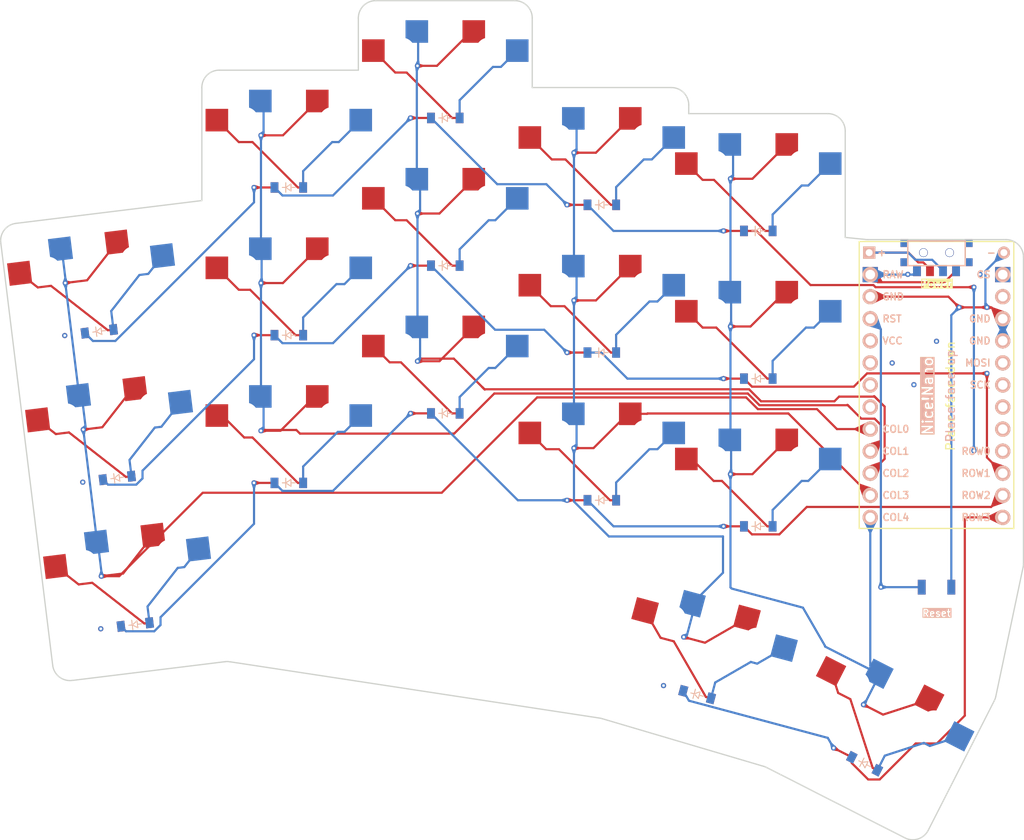
<source format=kicad_pcb>
(kicad_pcb (version 20221018) (generator pcbnew)
  (title_block (title "dyad-choc-v1") (rev "v1.0.0") (company "Unknown"))
  (layers (0 "F.Cu" signal) (31 "B.Cu" signal) (34 "B.Paste" user) (35 "F.Paste" user) (36 "B.SilkS" user "B.Silkscreen") (37 "F.SilkS" user "F.Silkscreen") (38 "B.Mask" user) (39 "F.Mask" user) (44 "Edge.Cuts" user))
  (net 0 "")
  (net 1 "COL0")
  (net 2 "pinky_bottom")
  (net 3 "pinky_home")
  (net 4 "pinky_top")
  (net 5 "COL1")
  (net 6 "ring_bottom")
  (net 7 "ring_home")
  (net 8 "ring_top")
  (net 9 "COL2")
  (net 10 "middle_bottom")
  (net 11 "middle_home")
  (net 12 "middle_top")
  (net 13 "COL3")
  (net 14 "index_bottom")
  (net 15 "index_home")
  (net 16 "index_top")
  (net 17 "COL4")
  (net 18 "inner_bottom")
  (net 19 "inner_home")
  (net 20 "inner_top")
  (net 21 "inner_sole")
  (net 22 "outer_sole")
  (net 23 "ROW2")
  (net 24 "ROW1")
  (net 25 "ROW0")
  (net 26 "ROW3")
  (net 27 "RAW")
  (net 28 "GND")
  (net 29 "RST")
  (net 30 "VCC")
  (net 31 "P21")
  (net 32 "P20")
  (net 33 "P19")
  (net 34 "CS")
  (net 35 "P0")
  (net 36 "MOSI")
  (net 37 "SCK")
  (net 38 "P4")
  (net 39 "P5")
  (net 40 "POSITIVE")
  (footprint "E73:SPDT_C128955" (layer "F.Cu") (at 254.746098 126.987492)
    (fp_text reference "T1" hide)
    (fp_text value "" hide)
  )
  (footprint "ComboDiode" (layer "F.Cu") (at 216.246099 138.487493)
    (fp_text reference "D11" hide)
    (fp_text value "" hide)
  )
  (footprint "VIA-0.6mm" (layer "F.Cu") (at 257.346097 133.287494)
    (fp_text reference "REF**" hide)
    (fp_text value "VIA-0.6mm" hide)
  )
  (footprint "ComboDiode" (layer "F.Cu") (at 246.472847 185.808242 -27)
    (fp_text reference "D17" hide)
    (fp_text value "" hide)
  )
  (footprint "VIA-0.6mm" (layer "F.Cu") (at 225.672775 171.227423 -15)
    (fp_text reference "REF**" hide)
    (fp_text value "VIA-0.6mm" hide)
  )
  (footprint "VIA-0.6mm" (layer "F.Cu") (at 248.346098 165.487492)
    (fp_text reference "REF**" hide)
    (fp_text value "VIA-0.6mm" hide)
  )
  (footprint "VIA-0.6mm" (layer "F.Cu") (at 259.746101 129.487494)
    (fp_text reference "REF**" hide)
    (fp_text value "VIA-0.6mm" hide)
  )
  (footprint "VIA-0.6mm" (layer "F.Cu") (at 242.908821 183.992273 -27)
    (fp_text reference "REF**" hide)
    (fp_text value "VIA-0.6mm" hide)
  )
  (footprint "PG1350" (layer "F.Cu") (at 180.246098 132.487493)
    (fp_text reference "S5" hide)
    (fp_text value "" hide)
  )
  (footprint "PG1350" (layer "F.Cu") (at 216.2461 151.487495)
    (fp_text reference "S10" hide)
    (fp_text value "" hide)
  )
  (footprint "VIA-0.6mm" (layer "F.Cu") (at 156.609686 147.352132 7)
    (fp_text reference "REF**" hide)
    (fp_text value "VIA-0.6mm" hide)
  )
  (footprint "VIA-0.6mm" (layer "F.Cu") (at 259.046098 130.967498)
    (fp_text reference "REF**" hide)
    (fp_text value "VIA-0.6mm" hide)
  )
  (footprint "VIA-0.6mm" (layer "F.Cu") (at 177.046096 147.487492)
    (fp_text reference "REF**" hide)
    (fp_text value "VIA-0.6mm" hide)
  )
  (footprint "PG1350" (layer "F.Cu") (at 162.101344 165.82053 7)
    (fp_text reference "S1" hide)
    (fp_text value "" hide)
  )
  (footprint "ComboDiode" (layer "F.Cu") (at 234.246099 141.487493)
    (fp_text reference "D14" hide)
    (fp_text value "" hide)
  )
  (footprint "VIA-0.6mm" (layer "F.Cu") (at 212.246098 138.48749)
    (fp_text reference "REF**" hide)
    (fp_text value "VIA-0.6mm" hide)
  )
  (footprint "PG1350" (layer "F.Cu") (at 234.246101 120.48749)
    (fp_text reference "S15" hide)
    (fp_text value "" hide)
  )
  (footprint "PG1350" (layer "F.Cu") (at 228.246096 173.987494 -15)
    (fp_text reference "S16" hide)
    (fp_text value "" hide)
  )
  (footprint "PG1350" (layer "F.Cu") (at 234.246097 154.487492)
    (fp_text reference "S13" hide)
    (fp_text value "" hide)
  )
  (footprint "VIA-0.6mm" (layer "F.Cu") (at 156.546859 153.404909 7)
    (fp_text reference "REF**" hide)
    (fp_text value "VIA-0.6mm" hide)
  )
  (footprint "VIA-0.6mm" (layer "F.Cu") (at 231.046098 135.487493)
    (fp_text reference "REF**" hide)
    (fp_text value "VIA-0.6mm" hide)
  )
  (footprint "ComboDiode" (layer "F.Cu") (at 227.210819 177.851196 -15)
    (fp_text reference "D16" hide)
    (fp_text value "" hide)
  )
  (footprint "VIA-0.6mm" (layer "F.Cu") (at 259.046094 149.787493)
    (fp_text reference "REF**" hide)
    (fp_text value "VIA-0.6mm" hide)
  )
  (footprint "ComboDiode" (layer "F.Cu") (at 180.246095 136.487496)
    (fp_text reference "D5" hide)
    (fp_text value "" hide)
  )
  (footprint "VIA-0.6mm" (layer "F.Cu") (at 230.246098 124.487496)
    (fp_text reference "REF**" hide)
    (fp_text value "VIA-0.6mm" hide)
  )
  (footprint "VIA-0.6mm" (layer "F.Cu") (at 177.046103 130.487495)
    (fp_text reference "REF**" hide)
    (fp_text value "VIA-0.6mm" hide)
  )
  (footprint "ComboDiode" (layer "F.Cu") (at 162.588822 169.790712 7)
    (fp_text reference "D1" hide)
    (fp_text value "" hide)
  )
  (footprint "VIA-0.6mm" (layer "F.Cu") (at 158.618635 170.278189 7)
    (fp_text reference "REF**" hide)
    (fp_text value "VIA-0.6mm" hide)
  )
  (footprint "VIA-0.6mm" (layer "F.Cu") (at 176.246095 119.487489)
    (fp_text reference "REF**" hide)
    (fp_text value "VIA-0.6mm" hide)
  )
  (footprint "VIA-0.6mm" (layer "F.Cu") (at 251.446099 129.487494)
    (fp_text reference "REF**" hide)
    (fp_text value "VIA-0.6mm" hide)
  )
  (footprint "VIA-0.6mm" (layer "F.Cu") (at 213.046097 132.487496)
    (fp_text reference "REF**" hide)
    (fp_text value "VIA-0.6mm" hide)
  )
  (footprint "VIA-0.6mm" (layer "F.Cu") (at 194.246097 145.487494)
    (fp_text reference "REF**" hide)
    (fp_text value "VIA-0.6mm" hide)
  )
  (footprint "PG1350" (layer "F.Cu") (at 198.246097 141.487493)
    (fp_text reference "S7" hide)
    (fp_text value "" hide)
  )
  (footprint "VIA-0.6mm" (layer "F.Cu") (at 194.2461 111.487493)
    (fp_text reference "REF**" hide)
    (fp_text value "VIA-0.6mm" hide)
  )
  (footprint "ComboDiode" (layer "F.Cu") (at 158.445264 136.044139 7)
    (fp_text reference "D3" hide)
    (fp_text value "" hide)
  )
  (footprint "ComboDiode" (layer "F.Cu") (at 216.246092 121.487496)
    (fp_text reference "D12" hide)
    (fp_text value "" hide)
  )
  (footprint "VIA-0.6mm" (layer "F.Cu") (at 176.246094 136.487492)
    (fp_text reference "REF**" hide)
    (fp_text value "VIA-0.6mm" hide)
  )
  (footprint "PG1350" (layer "F.Cu") (at 216.246099 134.487496)
    (fp_text reference "S11" hide)
    (fp_text value "" hide)
  )
  (footprint "VIA-0.6mm" (layer "F.Cu") (at 231.0461 152.487499)
    (fp_text reference "REF**" hide)
    (fp_text value "VIA-0.6mm" hide)
  )
  (footprint "VIA-0.6mm" (layer "F.Cu") (at 195.046101 139.487494)
    (fp_text reference "REF**" hide)
    (fp_text value "VIA-0.6mm" hide)
  )
  (footprint "VIA-0.6mm" (layer "F.Cu") (at 231.046095 118.487492)
    (fp_text reference "REF**" hide)
    (fp_text value "VIA-0.6mm" hide)
  )
  (footprint "VIA-0.6mm" (layer "F.Cu") (at 212.246101 155.487493)
    (fp_text reference "REF**" hide)
    (fp_text value "VIA-0.6mm" hide)
  )
  (footprint "VIA-0.6mm" (layer "F.Cu") (at 254.7461 137.187492)
    (fp_text reference "REF**" hide)
    (fp_text value "VIA-0.6mm" hide)
  )
  (footprint "VIA-0.6mm" (layer "F.Cu") (at 177.0461 113.487498)
    (fp_text reference "REF**" hide)
    (fp_text value "VIA-0.6mm" hide)
  )
  (footprint "VIA-0.6mm" (layer "F.Cu") (at 223.34712 176.815923 -15)
    (fp_text reference "REF**" hide)
    (fp_text value "VIA-0.6mm" hide)
  )
  (footprint "VIA-0.6mm" (layer "F.Cu") (at 176.246096 153.487496)
    (fp_text reference "REF**" hide)
    (fp_text value "VIA-0.6mm" hide)
  )
  (footprint "VIA-0.6mm" (layer "F.Cu") (at 154.475078 136.531618 7)
    (fp_text reference "REF**" hide)
    (fp_text value "VIA-0.6mm" hide)
  )
  (footprint "PG1350" (layer "F.Cu") (at 157.957792 132.073958 7)
    (fp_text reference "S3" hide)
    (fp_text value "" hide)
  )
  (footprint "PG1350" (layer "F.Cu") (at 198.246097 107.487494)
    (fp_text reference "S9" hide)
    (fp_text value "" hide)
  )
  (footprint "PG1350" (layer "F.Cu") (at 180.246097 149.487493)
    (fp_text reference "S4" hide)
    (fp_text value "" hide)
  )
  (footprint "VIA-0.6mm" (layer "F.Cu") (at 246.345562 179.009433 -27)
    (fp_text reference "REF**" hide)
    (fp_text value "VIA-0.6mm" hide)
  )
  (footprint "VIA-0.6mm" (layer "F.Cu") (at 212.246096 121.48749)
    (fp_text reference "REF**" hide)
    (fp_text value "VIA-0.6mm" hide)
  )
  (footprint "ComboDiode" (layer "F.Cu") (at 180.246099 153.487494)
    (fp_text reference "D4" hide)
    (fp_text value "" hide)
  )
  (footprint "ComboDiode" (layer "F.Cu") (at 216.246097 155.48749)
    (fp_text reference "D10" hide)
    (fp_text value "" hide)
  )
  (footprint "lib:niceview_headers" (layer "F.Cu") (at 254.746098 126.987492 -90)
    (fp_text reference "")
    (fp_text value "")
  )
  (footprint "VIA-0.6mm" (layer "F.Cu") (at 154.537899 130.478849 7)
    (fp_text reference "REF**" hide)
    (fp_text value "VIA-0.6mm" hide)
  )
  (footprint "VIA-0.6mm" (layer "F.Cu") (at 213.046097 149.487494)
    (fp_text reference "REF**" hide)
    (fp_text value "VIA-0.6mm" hide)
  )
  (footprint "VIA-0.6mm" (layer "F.Cu") (at 252.146097 142.1875)
    (fp_text reference "REF**" hide)
    (fp_text value "VIA-0.6mm" hide)
  )
  (footprint "ComboDiode" (layer "F.Cu") (at 180.246097 119.487491)
    (fp_text reference "D6" hide)
    (fp_text value "" hide)
  )
  (footprint "ComboDiode" (layer "F.Cu") (at 198.246099 111.487492)
    (fp_text reference "D9" hide)
    (fp_text value "" hide)
  )
  (footprint "ComboDiode" (layer "F.Cu") (at 198.246096 128.487495)
    (fp_text reference "D8" hide)
    (fp_text value "" hide)
  )
  (footprint "VIA-0.6mm" (layer "F.Cu") (at 195.046101 105.487498)
    (fp_text reference "REF**" hide)
    (fp_text value "VIA-0.6mm" hide)
  )
  (footprint "PG1350" (layer "F.Cu") (at 248.288808 182.244213 -27)
    (fp_text reference "S17" hide)
    (fp_text value "" hide)
  )
  (footprint "PG1350" (layer "F.Cu") (at 216.246095 117.487493)
    (fp_text reference "S12" hide)
    (fp_text value "" hide)
  )
  (footprint "ComboDiode" (layer "F.Cu") (at 160.51704 152.917427 7)
    (fp_text reference "D2" hide)
    (fp_text value "" hide)
  )
  (footprint "ComboDiode" (layer "F.Cu") (at 198.246097 145.487492)
    (fp_text reference "D7" hide)
    (fp_text value "" hide)
  )
  (footprint "VIA-0.6mm" (layer "F.Cu") (at 260.546101 140.887493)
    (fp_text reference "REF**" hide)
    (fp_text value "VIA-0.6mm" hide)
  )
  (footprint "ProMicro" (layer "F.Cu") (at 254.746097 143.487496 -90)
    (fp_text reference "MCU1" hide)
    (fp_text value "" hide)
  )
  (footprint "VIA-0.6mm" (layer "F.Cu") (at 230.246099 141.487493)
    (fp_text reference "REF**" hide)
    (fp_text value "VIA-0.6mm" hide)
  )
  (footprint "ComboDiode" (layer "F.Cu") (at 234.246098 124.487493)
    (fp_text reference "D15" hide)
    (fp_text value "" hide)
  )
  (footprint "PG1350" (layer "F.Cu") (at 234.246094 137.487492)
    (fp_text reference "S14" hide)
    (fp_text value "" hide)
  )
  (footprint "VIA-0.6mm" (layer "F.Cu") (at 194.246096 128.487497)
    (fp_text reference "REF**" hide)
    (fp_text value "VIA-0.6mm" hide)
  )
  (footprint "VIA-0.6mm" (layer "F.Cu") (at 158.681461 164.225417 7)
    (fp_text reference "REF**" hide)
    (fp_text value "VIA-0.6mm" hide)
  )
  (footprint "Button_Switch_SMD:SW_SPST_B3U-1000P" (layer "F.Cu") (at 254.746096 165.487497 180)
    (fp_text reference "")
    (fp_text value "")
  )
  (footprint "ComboDiode" (layer "F.Cu") (at 234.246096 158.487489)
    (fp_text reference "D13" hide)
    (fp_text value "" hide)
  )
  (footprint "VIA-0.6mm" (layer "F.Cu") (at 195.046098 122.487493)
    (fp_text reference "REF**" hide)
    (fp_text value "VIA-0.6mm" hide)
  )
  (footprint "VIA-0.6mm" (layer "F.Cu") (at 260.546093 133.287496)
    (fp_text reference "REF**" hide)
    (fp_text value "VIA-0.6mm" hide)
  )
  (footprint "PG1350" (layer "F.Cu") (at 198.246094 124.487492)
    (fp_text reference "S8" hide)
    (fp_text value "" hide)
  )
  (footprint "VIA-0.6mm" (layer "F.Cu") (at 230.246098 158.48749)
    (fp_text reference "REF**" hide)
    (fp_text value "VIA-0.6mm" hide)
  )
  (footprint "PG1350" (layer "F.Cu") (at 180.246102 115.487495)
    (fp_text reference "S6" hide)
    (fp_text value "" hide)
  )
  (footprint "VIA-0.6mm" (layer "F.Cu") (at 249.646097 139.687495)
    (fp_text reference "REF**" hide)
    (fp_text value "VIA-0.6mm" hide)
  )
  (footprint "VIA-0.6mm" (layer "F.Cu") (at 213.046098 115.487495)
    (fp_text reference "REF**" hide)
    (fp_text value "VIA-0.6mm" hide)
  )
  (footprint "PG1350" (layer "F.Cu") (at 160.029564 148.947241 7)
    (fp_text reference "S2" hide)
    (fp_text value "" hide)
  )
  (gr_arc (start 242.246097 110.987493) (mid 243.660313 111.573278) (end 244.246101 112.987493) (stroke (width 0.15)) (layer "Edge.Cuts"))
  (gr_arc (start 215.993451 180.555091) (mid 216.127049 180.580123) (end 216.258639 180.61417) (stroke (width 0.15)) (layer "Edge.Cuts"))
  (gr_line (start 224.246097 107.987496) (end 208.2461 107.987492) (stroke (width 0.15)) (layer "Edge.Cuts"))
  (gr_arc (start 172.911493 174.064552) (mid 173.184293 174.049856) (end 173.456552 174.072469) (stroke (width 0.15)) (layer "Edge.Cuts"))
  (gr_arc (start 147.118308 125.848559) (mid 147.527376 124.373496) (end 148.859659 123.619726) (stroke (width 0.15)) (layer "Edge.Cuts"))
  (gr_arc (start 206.246096 97.987488) (mid 207.660317 98.573276) (end 208.246094 99.987498) (stroke (width 0.15)) (layer "Edge.Cuts"))
  (gr_line (start 206.246097 97.98749) (end 190.246099 97.987499) (stroke (width 0.15)) (layer "Edge.Cuts"))
  (gr_line (start 264.746099 127.487496) (end 264.746095 162.778837) (stroke (width 0.15)) (layer "Edge.Cuts"))
  (gr_line (start 155.318736 176.224673) (end 172.911493 174.064552) (stroke (width 0.15)) (layer "Edge.Cuts"))
  (gr_arc (start 262.7461 125.487497) (mid 264.160312 126.073283) (end 264.746099 127.487496) (stroke (width 0.15)) (layer "Edge.Cuts"))
  (gr_line (start 236.847281 187.076564) (end 235.23029 186.252664) (stroke (width 0.15)) (layer "Edge.Cuts"))
  (gr_line (start 242.246098 110.987493) (end 226.2461 110.987496) (stroke (width 0.15)) (layer "Edge.Cuts"))
  (gr_line (start 208.2461 107.987492) (end 208.246094 99.987498) (stroke (width 0.15)) (layer "Edge.Cuts"))
  (gr_line (start 234.888821 186.116583) (end 216.258639 180.61417) (stroke (width 0.15)) (layer "Edge.Cuts"))
  (gr_arc (start 261.566452 178.060388) (mid 261.495315 178.313738) (end 261.391533 178.555557) (stroke (width 0.15)) (layer "Edge.Cuts"))
  (gr_line (start 170.2461 107.987499) (end 170.246096 120.993797) (stroke (width 0.15)) (layer "Edge.Cuts"))
  (gr_line (start 188.2461 105.987493) (end 172.246099 105.987492) (stroke (width 0.15)) (layer "Edge.Cuts"))
  (gr_line (start 153.089907 174.483317) (end 147.118308 125.848559) (stroke (width 0.15)) (layer "Edge.Cuts"))
  (gr_line (start 188.246096 99.987496) (end 188.2461 105.987493) (stroke (width 0.15)) (layer "Edge.Cuts"))
  (gr_line (start 253.793944 193.466666) (end 261.391533 178.555557) (stroke (width 0.15)) (layer "Edge.Cuts"))
  (gr_arc (start 188.246096 99.987496) (mid 188.831883 98.57328) (end 190.246099 97.987499) (stroke (width 0.15)) (layer "Edge.Cuts"))
  (gr_arc (start 264.746095 162.778837) (mid 264.735299 162.986365) (end 264.703031 163.191654) (stroke (width 0.15)) (layer "Edge.Cuts"))
  (gr_arc (start 236.847846 187.076847) (mid 236.847564 187.076704) (end 236.847281 187.076564) (stroke (width 0.15)) (layer "Edge.Cuts"))
  (gr_arc (start 224.2461 107.987495) (mid 225.660312 108.573284) (end 226.246095 109.987498) (stroke (width 0.15)) (layer "Edge.Cuts"))
  (gr_arc (start 246.84648 125.487496) (mid 246.746226 125.484982) (end 246.646224 125.477444) (stroke (width 0.15)) (layer "Edge.Cuts"))
  (gr_arc (start 155.318736 176.224673) (mid 153.843672 175.815602) (end 153.089907 174.483317) (stroke (width 0.15)) (layer "Edge.Cuts"))
  (gr_line (start 264.703031 163.191654) (end 261.566452 178.060388) (stroke (width 0.15)) (layer "Edge.Cuts"))
  (gr_arc (start 234.888822 186.116584) (mid 235.06269 186.17676) (end 235.23029 186.252664) (stroke (width 0.15)) (layer "Edge.Cuts"))
  (gr_arc (start 253.793944 193.466666) (mid 252.629964 194.460796) (end 251.103948 194.340695) (stroke (width 0.15)) (layer "Edge.Cuts"))
  (gr_line (start 215.993451 180.555091) (end 173.456552 174.072469) (stroke (width 0.15)) (layer "Edge.Cuts"))
  (gr_line (start 244.246096 125.235904) (end 246.646224 125.477444) (stroke (width 0.15)) (layer "Edge.Cuts"))
  (gr_line (start 148.859659 123.619726) (end 170.246096 120.993797) (stroke (width 0.15)) (layer "Edge.Cuts"))
  (gr_arc (start 170.246101 107.987499) (mid 170.831884 106.573281) (end 172.246099 105.987492) (stroke (width 0.15)) (layer "Edge.Cuts"))
  (gr_line (start 246.84648 125.487496) (end 262.746099 125.487495) (stroke (width 0.15)) (layer "Edge.Cuts"))
  (gr_line (start 236.847846 187.076846) (end 251.103948 194.340695) (stroke (width 0.15)) (layer "Edge.Cuts"))
  (gr_line (start 244.246096 125.235904) (end 244.246101 112.987493) (stroke (width 0.15)) (layer "Edge.Cuts"))
  (gr_line (start 236.847846 187.076846) (end 236.847281 187.076564) (stroke (width 0.15)) (layer "Edge.Cuts"))
  (gr_line (start 226.2461 110.987496) (end 226.246095 109.987498) (stroke (width 0.15)) (layer "Edge.Cuts"))
  (segment (start 170.346095 154.62078) (end 197.837815 154.620776) (width 0.25) (layer "F.Cu") (net 1))
  (segment (start 161.187637 163.917697) (end 158.681461 164.225417) (width 0.25) (layer "F.Cu") (net 1))
  (segment (start 234.199418 145) (end 241 145) (width 0.25) (layer "F.Cu") (net 1))
  (segment (start 164.626807 159.515753) (end 161.187637 163.917697) (width 0.25) (layer "F.Cu") (net 1))
  (segment (start 162.555026 142.642469) (end 162.232452 142.682082) (width 0.25) (layer "F.Cu") (net 1))
  (segment (start 158.681461 164.225417) (end 160.741465 164.225415) (width 0.25) (layer "F.Cu") (net 1))
  (segment (start 197.837815 154.620776) (end 208.806775 143.651814) (width 0.25) (layer "F.Cu") (net 1))
  (segment (start 243.297496 147.297496) (end 247.126097 147.297496) (width 0.25) (layer "F.Cu") (net 1))
  (segment (start 157.044082 130.171128) (end 154.537899 130.478849) (width 0.25) (layer "F.Cu") (net 1))
  (segment (start 160.483255 125.769185) (end 157.044082 130.171128) (width 0.25) (layer "F.Cu") (net 1))
  (segment (start 208.806775 143.651814) (end 232.851232 143.651814) (width 0.25) (layer "F.Cu") (net 1))
  (segment (start 232.851232 143.651814) (end 234.199418 145) (width 0.25) (layer "F.Cu") (net 1))
  (segment (start 241 145) (end 243.297496 147.297496) (width 0.25) (layer "F.Cu") (net 1))
  (segment (start 162.232452 142.682082) (end 158.793284 147.084017) (width 0.25) (layer "F.Cu") (net 1))
  (segment (start 160.741465 164.225415) (end 170.346095 154.62078) (width 0.25) (layer "F.Cu") (net 1))
  (segment (start 158.793284 147.084017) (end 156.609686 147.352132) (width 0.25) (layer "F.Cu") (net 1))
  (segment (start 153.982077 126.567432) (end 154.149238 126.698034) (width 0.25) (layer "B.Cu") (net 1))
  (segment (start 156.870886 147.017811) (end 156.609686 147.352132) (width 0.25) (layer "B.Cu") (net 1))
  (segment (start 158.746754 164.141835) (end 158.681461 164.225417) (width 0.25) (layer "B.Cu") (net 1))
  (segment (start 154.149238 126.698034) (end 154.603201 130.395266) (width 0.25) (layer "B.Cu") (net 1))
  (segment (start 158.190933 160.230418) (end 158.125633 160.313997) (width 0.25) (layer "B.Cu") (net 1))
  (segment (start 156.609686 147.352132) (end 158.190933 160.230418) (width 0.25) (layer "B.Cu") (net 1))
  (segment (start 154.603201 130.395266) (end 154.537899 130.478849) (width 0.25) (layer "B.Cu") (net 1))
  (segment (start 158.292796 160.444598) (end 158.746754 164.141835) (width 0.25) (layer "B.Cu") (net 1))
  (segment (start 154.537899 130.478849) (end 156.119155 143.357132) (width 0.25) (layer "B.Cu") (net 1))
  (segment (start 156.053855 143.440715) (end 156.47176 143.76722) (width 0.25) (layer "B.Cu") (net 1))
  (segment (start 156.47176 143.76722) (end 156.870886 147.017811) (width 0.25) (layer "B.Cu") (net 1))
  (segment (start 158.125633 160.313997) (end 158.292796 160.444598) (width 0.25) (layer "B.Cu") (net 1))
  (segment (start 156.119155 143.357132) (end 156.053855 143.440715) (width 0.25) (layer "B.Cu") (net 1))
  (segment (start 157.636053 164.983467) (end 163.626035 169.663355) (width 0.25) (layer "F.Cu") (net 2))
  (segment (start 153.431014 163.106945) (end 156.077757 165.174807) (width 0.25) (layer "F.Cu") (net 2))
  (segment (start 156.077757 165.174807) (end 157.636053 164.983467) (width 0.25) (layer "F.Cu") (net 2))
  (segment (start 163.626035 169.663355) (end 164.226525 169.589628) (width 0.25) (layer "F.Cu") (net 2))
  (segment (start 168.225137 163.179535) (end 167.472109 163.271998) (width 0.25) (layer "B.Cu") (net 2))
  (segment (start 169.857652 161.09001) (end 168.225137 163.179535) (width 0.25) (layer "B.Cu") (net 2))
  (segment (start 163.996965 167.719985) (end 164.226525 169.589628) (width 0.25) (layer "B.Cu") (net 2))
  (segment (start 167.472109 163.271998) (end 163.996965 167.719985) (width 0.25) (layer "B.Cu") (net 2))
  (segment (start 154.962402 147.680333) (end 161.509588 152.795557) (width 0.25) (layer "F.Cu") (net 3))
  (segment (start 161.509588 152.795557) (end 162.154746 152.716346) (width 0.25) (layer "F.Cu") (net 3))
  (segment (start 151.359239 146.233662) (end 153.448764 147.866181) (width 0.25) (layer "F.Cu") (net 3))
  (segment (start 153.448764 147.866181) (end 154.962402 147.680333) (width 0.25) (layer "F.Cu") (net 3))
  (segment (start 161.925184 150.846699) (end 162.154746 152.716346) (width 0.25) (layer "B.Cu") (net 3))
  (segment (start 164.835168 147.122083) (end 161.925184 150.846699) (width 0.25) (layer "B.Cu") (net 3))
  (segment (start 165.5882 147.029623) (end 164.835168 147.122083) (width 0.25) (layer "B.Cu") (net 3))
  (segment (start 167.785878 144.216729) (end 165.5882 147.029623) (width 0.25) (layer "B.Cu") (net 3))
  (segment (start 149.28746 129.360375) (end 151.376989 130.992892) (width 0.25) (layer "F.Cu") (net 4))
  (segment (start 159.437814 135.922275) (end 160.082965 135.843059) (width 0.25) (layer "F.Cu") (net 4))
  (segment (start 152.89062 130.807048) (end 159.437814 135.922275) (width 0.25) (layer "F.Cu") (net 4))
  (segment (start 151.376989 130.992892) (end 152.89062 130.807048) (width 0.25) (layer "F.Cu") (net 4))
  (segment (start 159.820946 133.709082) (end 160.082965 135.843059) (width 0.25) (layer "B.Cu") (net 4))
  (segment (start 165.7141 127.343444) (end 164.081579 129.432971) (width 0.25) (layer "B.Cu") (net 4))
  (segment (start 164.081579 129.432971) (end 163.064214 129.557882) (width 0.25) (layer "B.Cu") (net 4))
  (segment (start 163.064214 129.557882) (end 159.820946 133.709082) (width 0.25) (layer "B.Cu") (net 4))
  (segment (start 181.111595 147.397995) (end 177.135601 147.397989) (width 0.25) (layer "F.Cu") (net 5))
  (segment (start 247.623692 146.096196) (end 248.327397 146.799901) (width 0.25) (layer "F.Cu") (net 5))
  (segment (start 181.526636 147.813032) (end 181.111595 147.397995) (width 0.25) (layer "F.Cu") (net 5))
  (segment (start 179.571098 113.487495) (end 177.0461 113.487498) (width 0.25) (layer "F.Cu") (net 5))
  (segment (start 199.270558 147.81303) (end 181.526636 147.813032) (width 0.25) (layer "F.Cu") (net 5))
  (segment (start 246.096196 146.096196) (end 247.623692 146.096196) (width 0.25) (layer "F.Cu") (net 5))
  (segment (start 203.881772 143.201818) (end 199.270558 147.81303) (width 0.25) (layer "F.Cu") (net 5))
  (segment (start 245 145) (end 246.096196 146.096196) (width 0.25) (layer "F.Cu") (net 5))
  (segment (start 203.881772 143.201818) (end 233.037632 143.201818) (width 0.25) (layer "F.Cu") (net 5))
  (segment (start 248.327397 148.636196) (end 247.126097 149.837496) (width 0.25) (layer "F.Cu") (net 5))
  (segment (start 183.521095 126.537493) (end 179.5711 130.487492) (width 0.25) (layer "F.Cu") (net 5))
  (segment (start 179.5711 130.487492) (end 177.046103 130.487495) (width 0.25) (layer "F.Cu") (net 5))
  (segment (start 177.135601 147.397989) (end 177.046096 147.487492) (width 0.25) (layer "F.Cu") (net 5))
  (segment (start 183.241098 143.537494) (end 179.291093 147.487492) (width 0.25) (layer "F.Cu") (net 5))
  (segment (start 183.521099 143.537491) (end 183.241098 143.537494) (width 0.25) (layer "F.Cu") (net 5))
  (segment (start 248.327397 146.799901) (end 248.327397 148.636196) (width 0.25) (layer "F.Cu") (net 5))
  (segment (start 244.55 144.55) (end 245 145) (width 0.25) (layer "F.Cu") (net 5))
  (segment (start 233.037632 143.201818) (end 234.385814 144.55) (width 0.25) (layer "F.Cu") (net 5))
  (segment (start 183.521097 109.537492) (end 179.571098 113.487495) (width 0.25) (layer "F.Cu") (net 5))
  (segment (start 179.291093 147.487492) (end 177.046096 147.487492) (width 0.25) (layer "F.Cu") (net 5))
  (segment (start 244.5 144.5) (end 245 145) (width 0.25) (layer "F.Cu") (net 5))
  (segment (start 234.385814 144.55) (end 244.55 144.55) (width 0.25) (layer "F.Cu") (net 5))
  (segment (start 177.346102 113.18749) (end 177.0461 113.487498) (width 0.25) (layer "B.Cu") (net 5))
  (segment (start 177.346096 147.187495) (end 177.046096 147.487492) (width 0.25) (layer "B.Cu") (net 5))
  (segment (start 177.346095 109.912496) (end 177.346102 113.18749) (width 0.25) (layer "B.Cu") (net 5))
  (segment (start 177.0461 113.487498) (end 177.046098 126.462495) (width 0.25) (layer "B.Cu") (net 5))
  (segment (start 176.971095 143.537491) (end 177.346099 143.912492) (width 0.25) (layer "B.Cu") (net 5))
  (segment (start 176.971096 126.5375) (end 177.121098 126.687496) (width 0.25) (layer "B.Cu") (net 5))
  (segment (start 177.046099 143.462488) (end 176.971095 143.537491) (width 0.25) (layer "B.Cu") (net 5))
  (segment (start 177.046103 130.487495) (end 177.046099 143.462488) (width 0.25) (layer "B.Cu") (net 5))
  (segment (start 177.121098 126.687496) (end 177.121097 130.412499) (width 0.25) (layer "B.Cu") (net 5))
  (segment (start 177.046098 126.462495) (end 176.971096 126.5375) (width 0.25) (layer "B.Cu") (net 5))
  (segment (start 176.971096 109.537496) (end 177.346095 109.912496) (width 0.25) (layer "B.Cu") (net 5))
  (segment (start 177.346099 143.912492) (end 177.346096 147.187495) (width 0.25) (layer "B.Cu") (net 5))
  (segment (start 177.121097 130.412499) (end 177.046103 130.487495) (width 0.25) (layer "B.Cu") (net 5))
  (segment (start 181.291102 153.487498) (end 181.896096 153.487492) (width 0.25) (layer "F.Cu") (net 6))
  (segment (start 176.065202 148.261592) (end 181.291102 153.487498) (width 0.25) (layer "F.Cu") (net 6))
  (segment (start 175.118542 148.261595) (end 176.065202 148.261592) (width 0.25) (layer "F.Cu") (net 6))
  (segment (start 171.9711 145.737494) (end 172.594447 145.737498) (width 0.25) (layer "F.Cu") (net 6))
  (segment (start 172.594447 145.737498) (end 175.118542 148.261595) (width 0.25) (layer "F.Cu") (net 6))
  (segment (start 181.896099 151.603809) (end 181.896096 153.487492) (width 0.25) (layer "B.Cu") (net 6))
  (segment (start 185.887415 147.612495) (end 181.896099 151.603809) (width 0.25) (layer "B.Cu") (net 6))
  (segment (start 188.521097 145.737492) (end 186.646095 147.612494) (width 0.25) (layer "B.Cu") (net 6))
  (segment (start 186.646095 147.612494) (end 185.887415 147.612495) (width 0.25) (layer "B.Cu") (net 6))
  (segment (start 181.023531 136.487496) (end 181.896094 136.487494) (width 0.25) (layer "F.Cu") (net 7))
  (segment (start 175.797631 131.26159) (end 181.023531 136.487496) (width 0.25) (layer "F.Cu") (net 7))
  (segment (start 171.971099 128.737494) (end 174.495195 131.261597) (width 0.25) (layer "F.Cu") (net 7))
  (segment (start 174.495195 131.261597) (end 175.797631 131.26159) (width 0.25) (layer "F.Cu") (net 7))
  (segment (start 186.646096 130.612496) (end 185.727175 130.612497) (width 0.25) (layer "B.Cu") (net 7))
  (segment (start 185.727175 130.612497) (end 181.896096 134.443574) (width 0.25) (layer "B.Cu") (net 7))
  (segment (start 188.5211 128.737496) (end 186.646096 130.612496) (width 0.25) (layer "B.Cu") (net 7))
  (segment (start 181.896096 134.443574) (end 181.896094 136.487494) (width 0.25) (layer "B.Cu") (net 7))
  (segment (start 171.971098 111.737493) (end 174.495196 114.261592) (width 0.25) (layer "F.Cu") (net 8))
  (segment (start 181.2911 119.48749) (end 181.896097 119.487491) (width 0.25) (layer "F.Cu") (net 8))
  (segment (start 176.065202 114.261596) (end 181.2911 119.48749) (width 0.25) (layer "F.Cu") (net 8))
  (segment (start 174.495196 114.261592) (end 176.065202 114.261596) (width 0.25) (layer "F.Cu") (net 8))
  (segment (start 185.997001 114.261592) (end 185.238316 114.261594) (width 0.25) (layer "B.Cu") (net 8))
  (segment (start 181.896098 117.603814) (end 181.896097 119.487491) (width 0.25) (layer "B.Cu") (net 8))
  (segment (start 188.521101 111.737499) (end 185.997001 114.261592) (width 0.25) (layer "B.Cu") (net 8))
  (segment (start 185.238316 114.261594) (end 181.896098 117.603814) (width 0.25) (layer "B.Cu") (net 8))
  (segment (start 233.185603 142.713393) (end 234.57221 144.1) (width 0.25) (layer "F.Cu") (net 9))
  (segment (start 199.223529 139.18749) (end 202.518019 142.481981) (width 0.25) (layer "F.Cu") (net 9))
  (segment (start 201.241097 101.537496) (end 197.291096 105.487491) (width 0.25) (layer "F.Cu") (net 9))
  (segment (start 197.571092 122.487495) (end 195.046098 122.487493) (width 0.25) (layer "F.Cu") (net 9))
  (segment (start 247.623692 143.556196) (end 248.033748 143.966252) (width 0.25) (layer "F.Cu") (net 9))
  (segment (start 247.567496 143.5) (end 248.033748 143.966252) (width 0.25) (layer "F.Cu") (net 9))
  (segment (start 234.57221 144.1) (end 243 144.1) (width 0.25) (layer "F.Cu") (net 9))
  (segment (start 201.521095 118.537496) (end 197.571092 122.487495) (width 0.25) (layer "F.Cu") (net 9))
  (segment (start 195.346102 139.187492) (end 199.223529 139.18749) (width 0.25) (layer "F.Cu") (net 9))
  (segment (start 243.543804 143.556196) (end 247.623692 143.556196) (width 0.25) (layer "F.Cu") (net 9))
  (segment (start 197.571095 139.487494) (end 195.046101 139.487494) (width 0.25) (layer "F.Cu") (net 9))
  (segment (start 202.749431 142.713393) (end 233.185603 142.713393) (width 0.25) (layer "F.Cu") (net 9))
  (segment (start 248.777397 144.709901) (end 248.777397 150.726196) (width 0.25) (layer "F.Cu") (net 9))
  (segment (start 197.291096 105.487491) (end 195.046101 105.487498) (width 0.25) (layer "F.Cu") (net 9))
  (segment (start 195.046101 139.487494) (end 195.346102 139.187492) (width 0.25) (layer "F.Cu") (net 9))
  (segment (start 202.518019 142.481981) (end 202.787854 142.751816) (width 0.25) (layer "F.Cu") (net 9))
  (segment (start 243 144.1) (end 243.543804 143.556196) (width 0.25) (layer "F.Cu") (net 9))
  (segment (start 202.518019 142.481981) (end 202.749431 142.713393) (width 0.25) (layer "F.Cu") (net 9))
  (segment (start 248.777397 150.726196) (end 247.126097 152.377496) (width 0.25) (layer "F.Cu") (net 9))
  (segment (start 201.521097 101.537493) (end 201.241097 101.537496) (width 0.25) (layer "F.Cu") (net 9))
  (segment (start 201.521102 135.537491) (end 197.571095 139.487494) (width 0.25) (layer "F.Cu") (net 9))
  (segment (start 248.033748 143.966252) (end 248.777397 144.709901) (width 0.25) (layer "F.Cu") (net 9))
  (segment (start 194.971099 118.537496) (end 195.346101 118.912493) (width 0.25) (layer "B.Cu") (net 9))
  (segment (start 195.046098 122.487493) (end 195.0461 135.462493) (width 0.25) (layer "B.Cu") (net 9))
  (segment (start 194.971097 135.537497) (end 195.346096 135.912491) (width 0.25) (layer "B.Cu") (net 9))
  (segment (start 195.121096 105.412494) (end 194.971101 105.562495) (width 0.25) (layer "B.Cu") (net 9))
  (segment (start 195.346096 135.912491) (end 195.346102 139.187492) (width 0.25) (layer "B.Cu") (net 9))
  (segment (start 194.971101 105.562495) (end 194.971099 118.537496) (width 0.25) (layer "B.Cu") (net 9))
  (segment (start 195.346102 139.187492) (end 195.046101 139.487494) (width 0.25) (layer "B.Cu") (net 9))
  (segment (start 195.121096 105.412494) (end 195.046101 105.487498) (width 0.25) (layer "B.Cu") (net 9))
  (segment (start 195.0461 135.462493) (end 194.971097 135.537497) (width 0.25) (layer "B.Cu") (net 9))
  (segment (start 195.346098 122.187493) (end 195.046098 122.487493) (width 0.25) (layer "B.Cu") (net 9))
  (segment (start 195.346101 118.912493) (end 195.346098 122.187493) (width 0.25) (layer "B.Cu") (net 9))
  (segment (start 195.121097 101.687491) (end 195.121096 105.412494) (width 0.25) (layer "B.Cu") (net 9))
  (segment (start 194.9711 101.537494) (end 195.121097 101.687491) (width 0.25) (layer "B.Cu") (net 9))
  (segment (start 189.971097 137.737492) (end 191.846101 139.612493) (width 0.25) (layer "F.Cu") (net 10))
  (segment (start 199.023528 145.487491) (end 199.8961 145.487492) (width 0.25) (layer "F.Cu") (net 10))
  (segment (start 193.148528 139.612494) (end 199.023528 145.487491) (width 0.25) (layer "F.Cu") (net 10))
  (segment (start 191.846101 139.612493) (end 193.148528 139.612494) (width 0.25) (layer "F.Cu") (net 10))
  (segment (start 203.997 140.261592) (end 203.238315 140.261593) (width 0.25) (layer "B.Cu") (net 10))
  (segment (start 206.521099 137.737498) (end 203.997 140.261592) (width 0.25) (layer "B.Cu") (net 10))
  (segment (start 199.896094 143.603812) (end 199.8961 145.487492) (width 0.25) (layer "B.Cu") (net 10))
  (segment (start 203.238315 140.261593) (end 199.896094 143.603812) (width 0.25) (layer "B.Cu") (net 10))
  (segment (start 189.971094 120.737491) (end 192.495197 123.261592) (width 0.25) (layer "F.Cu") (net 11))
  (segment (start 193.797623 123.261592) (end 199.023528 128.487492) (width 0.25) (layer "F.Cu") (net 11))
  (segment (start 192.495197 123.261592) (end 193.797623 123.261592) (width 0.25) (layer "F.Cu") (net 11))
  (segment (start 199.023528 128.487492) (end 199.896097 128.487491) (width 0.25) (layer "F.Cu") (net 11))
  (segment (start 203.997001 123.261597) (end 203.238314 123.261591) (width 0.25) (layer "B.Cu") (net 11))
  (segment (start 203.238314 123.261591) (end 199.896096 126.603805) (width 0.25) (layer "B.Cu") (net 11))
  (segment (start 199.896096 126.603805) (end 199.896097 128.487491) (width 0.25) (layer "B.Cu") (net 11))
  (segment (start 206.5211 120.737496) (end 203.997001 123.261597) (width 0.25) (layer "B.Cu") (net 11))
  (segment (start 193.797628 106.261596) (end 199.023527 111.487493) (width 0.25) (layer "F.Cu") (net 12))
  (segment (start 192.495197 106.261591) (end 193.797628 106.261596) (width 0.25) (layer "F.Cu") (net 12))
  (segment (start 199.023527 111.487493) (end 199.896097 111.487491) (width 0.25) (layer "F.Cu") (net 12))
  (segment (start 189.971096 103.737492) (end 192.495197 106.261591) (width 0.25) (layer "F.Cu") (net 12))
  (segment (start 199.896098 109.443573) (end 199.896097 111.487491) (width 0.25) (layer "B.Cu") (net 12))
  (segment (start 204.6461 105.612496) (end 203.727174 105.61249) (width 0.25) (layer "B.Cu") (net 12))
  (segment (start 203.727174 105.61249) (end 199.896098 109.443573) (width 0.25) (layer "B.Cu") (net 12))
  (segment (start 206.521099 103.737496) (end 204.6461 105.612496) (width 0.25) (layer "B.Cu") (net 12))
  (segment (start 215.571098 132.487496) (end 213.046097 132.487496) (width 0.25) (layer "F.Cu") (net 13))
  (segment (start 221.5 145.5) (end 221.462505 145.537495) (width 0.25) (layer "F.Cu") (net 13))
  (segment (start 219.521098 128.537497) (end 215.571098 132.487496) (width 0.25) (layer "F.Cu") (net 13))
  (segment (start 215.571094 115.487493) (end 213.046098 115.487495) (width 0.25) (layer "F.Cu") (net 13))
  (segment (start 219.521095 111.537495) (end 215.571094 115.487493) (width 0.25) (layer "F.Cu") (net 13))
  (segment (start 221.462505 145.537495) (end 219.5211 145.537495) (width 0.25) (layer "F.Cu") (net 13))
  (segment (start 232.949479 169.087871) (end 228.111736 171.88094) (width 0.25) (layer "F.Cu") (net 13))
  (segment (start 215.291103 149.487493) (end 213.046097 149.487494) (width 0.25) (layer "F.Cu") (net 13))
  (segment (start 219.521096 145.537494) (end 219.241098 145.537496) (width 0.25) (layer "F.Cu") (net 13))
  (segment (start 228.111736 171.88094) (end 225.672775 171.227423) (width 0.25) (layer "F.Cu") (net 13))
  (segment (start 219.241098 145.537496) (end 215.291103 149.487493) (width 0.25) (layer "F.Cu") (net 13))
  (segment (start 247.126097 154.917496) (end 237.708601 145.5) (width 0.25) (layer "F.Cu") (net 13))
  (segment (start 237.708601 145.5) (end 221.5 145.5) (width 0.25) (layer "F.Cu") (net 13))
  (segment (start 212.971093 111.537498) (end 213.346096 111.912495) (width 0.25) (layer "B.Cu") (net 13))
  (segment (start 213.346099 115.187497) (end 213.046098 115.487495) (width 0.25) (layer "B.Cu") (net 13))
  (segment (start 230.187852 159.651818) (end 230.187853 163.827417) (width 0.25) (layer "B.Cu") (net 13))
  (segment (start 226.887828 167.851882) (end 226.040197 171.01529) (width 0.25) (layer "B.Cu") (net 13))
  (segment (start 213.046097 145.462495) (end 212.971097 145.537493) (width 0.25) (layer "B.Cu") (net 13))
  (segment (start 213.046098 115.487495) (end 213.046093 128.462497) (width 0.25) (layer "B.Cu") (net 13))
  (segment (start 213.346098 149.187493) (end 213.046097 149.487494) (width 0.25) (layer "B.Cu") (net 13))
  (segment (start 213.046097 149.487494) (end 213.046101 155.637497) (width 0.25) (layer "B.Cu") (net 13))
  (segment (start 213.346096 111.912495) (end 213.346099 115.187497) (width 0.25) (layer "B.Cu") (net 13))
  (segment (start 213.046093 128.462497) (end 212.971097 128.537494) (width 0.25) (layer "B.Cu") (net 13))
  (segment (start 213.346093 128.912497) (end 213.346099 132.187498) (width 0.25) (layer "B.Cu") (net 13))
  (segment (start 213.046101 155.637497) (end 217.060422 159.651816) (width 0.25) (layer "B.Cu") (net 13))
  (segment (start 212.971097 145.537493) (end 213.346097 145.912495) (width 0.25) (layer "B.Cu") (net 13))
  (segment (start 226.040197 171.01529) (end 225.672775 171.227423) (width 0.25) (layer "B.Cu") (net 13))
  (segment (start 226.622664 167.392604) (end 226.887828 167.851882) (width 0.25) (layer "B.Cu") (net 13))
  (segment (start 213.046097 132.487496) (end 213.046097 145.462495) (width 0.25) (layer "B.Cu") (net 13))
  (segment (start 212.971097 128.537494) (end 213.346093 128.912497) (width 0.25) (layer "B.Cu") (net 13))
  (segment (start 217.060422 159.651816) (end 230.187852 159.651818) (width 0.25) (layer "B.Cu") (net 13))
  (segment (start 213.346097 145.912495) (end 213.346098 149.187493) (width 0.25) (layer "B.Cu") (net 13))
  (segment (start 230.187853 163.827417) (end 226.622664 167.392602) (width 0.25) (layer "B.Cu") (net 13))
  (segment (start 213.346099 132.187498) (end 213.046097 132.487496) (width 0.25) (layer "B.Cu") (net 13))
  (segment (start 207.971098 147.737495) (end 209.846099 149.612491) (width 0.25) (layer "F.Cu") (net 14))
  (segment (start 211.321099 149.612493) (end 217.196099 155.487489) (width 0.25) (layer "F.Cu") (net 14))
  (segment (start 209.846099 149.612491) (end 211.321099 149.612493) (width 0.25) (layer "F.Cu") (net 14))
  (segment (start 217.196099 155.487489) (end 217.896097 155.48749) (width 0.25) (layer "F.Cu") (net 14))
  (segment (start 224.521094 147.737496) (end 222.646093 149.612495) (width 0.25) (layer "B.Cu") (net 14))
  (segment (start 217.896099 153.443572) (end 217.896097 155.48749) (width 0.25) (layer "B.Cu") (net 14))
  (segment (start 222.646093 149.612495) (end 221.727175 149.612495) (width 0.25) (layer "B.Cu") (net 14))
  (segment (start 221.727175 149.612495) (end 217.896099 153.443572) (width 0.25) (layer "B.Cu") (net 14))
  (segment (start 210.38542 133.15182) (end 211.955424 133.15182) (width 0.25) (layer "F.Cu") (net 15))
  (segment (start 211.955424 133.15182) (end 217.291103 138.487496) (width 0.25) (layer "F.Cu") (net 15))
  (segment (start 207.9711 130.737494) (end 210.38542 133.15182) (width 0.25) (layer "F.Cu") (net 15))
  (segment (start 217.291103 138.487496) (end 217.896094 138.487492) (width 0.25) (layer "F.Cu") (net 15))
  (segment (start 224.521092 130.737492) (end 222.646097 132.612498) (width 0.25) (layer "B.Cu") (net 15))
  (segment (start 221.727176 132.612495) (end 217.896101 136.44357) (width 0.25) (layer "B.Cu") (net 15))
  (segment (start 222.646097 132.612498) (end 221.727176 132.612495) (width 0.25) (layer "B.Cu") (net 15))
  (segment (start 217.896101 136.44357) (end 217.896094 138.487492) (width 0.25) (layer "B.Cu") (net 15))
  (segment (start 207.971099 113.737498) (end 210.495194 116.261591) (width 0.25) (layer "F.Cu") (net 16))
  (segment (start 217.291099 121.487495) (end 217.896096 121.487498) (width 0.25) (layer "F.Cu") (net 16))
  (segment (start 210.495194 116.261591) (end 212.065199 116.261597) (width 0.25) (layer "F.Cu") (net 16))
  (segment (start 212.065199 116.261597) (end 217.291099 121.487495) (width 0.25) (layer "F.Cu") (net 16))
  (segment (start 221.996994 116.261594) (end 221.078076 116.261593) (width 0.25) (layer "B.Cu") (net 16))
  (segment (start 224.521094 113.737494) (end 221.996994 116.261594) (width 0.25) (layer "B.Cu") (net 16))
  (segment (start 221.078076 116.261593) (end 217.896097 119.443573) (width 0.25) (layer "B.Cu") (net 16))
  (segment (start 217.896097 119.443573) (end 217.896096 121.487498) (width 0.25) (layer "B.Cu") (net 16))
  (segment (start 237.302181 131.537493) (end 233.352176 135.487491) (width 0.25) (layer "F.Cu") (net 17))
  (segment (start 253.908099 178.429546) (end 248.595355 180.155758) (width 0.25) (layer "F.Cu") (net 17))
  (segment (start 237.521097 148.537491) (end 233.571096 152.487491) (width 0.25) (layer "F.Cu") (net 17))
  (segment (start 237.521099 114.537492) (end 233.571097 118.487489) (width 0.25) (layer "F.Cu") (net 17))
  (segment (start 237.521095 131.537496) (end 237.302181 131.537493) (width 0.25) (layer "F.Cu") (net 17))
  (segment (start 248.595355 180.155758) (end 246.345562 179.009433) (width 0.25) (layer "F.Cu") (net 17))
  (segment (start 233.571097 118.487489) (end 231.046095 118.487492) (width 0.25) (layer "F.Cu") (net 17))
  (segment (start 233.571096 152.487491) (end 231.0461 152.487499) (width 0.25) (layer "F.Cu") (net 17))
  (segment (start 233.352176 135.487491) (end 231.046098 135.487493) (width 0.25) (layer "F.Cu") (net 17))
  (segment (start 230.971095 148.53749) (end 231.121095 148.687493) (width 0.25) (layer "B.Cu") (net 17))
  (segment (start 239.380938 167.847151) (end 241.897672 172.206261) (width 0.25) (layer "B.Cu") (net 17))
  (segment (start 241.938038 172.330489) (end 248.072007 175.455905) (width 0.25) (layer "B.Cu") (net 17))
  (segment (start 248.137561 175.657658) (end 246.446443 178.976652) (width 0.25) (layer "B.Cu") (net 17))
  (segment (start 231.046098 135.487493) (end 231.046097 148.462501) (width 0.25) (layer "B.Cu") (net 17))
  (segment (start 231.121094 135.412489) (end 231.046098 135.487493) (width 0.25) (layer "B.Cu") (net 17))
  (segment (start 231.346096 114.912497) (end 231.346098 118.187492) (width 0.25) (layer "B.Cu") (net 17))
  (segment (start 247.126097 174.509997) (end 248.072005 175.455905) (width 0.25) (layer "B.Cu") (net 17))
  (segment (start 246.446443 178.976652) (end 246.345562 179.009433) (width 0.25) (layer "B.Cu") (net 17))
  (segment (start 231.121099 131.687491) (end 231.121094 135.412489) (width 0.25) (layer "B.Cu") (net 17))
  (segment (start 231.046098 131.462495) (end 230.971096 131.537491) (width 0.25) (layer "B.Cu") (net 17))
  (segment (start 231.346098 118.187492) (end 231.046095 118.487492) (width 0.25) (layer "B.Cu") (net 17))
  (segment (start 230.971096 131.537491) (end 231.121099 131.687491) (width 0.25) (layer "B.Cu") (net 17))
  (segment (start 241.897672 172.206261) (end 241.938038 172.330489) (width 0.25) (layer "B.Cu") (net 17))
  (segment (start 247.126097 157.457496) (end 247.126097 174.509997) (width 0.25) (layer "B.Cu") (net 17))
  (segment (start 231.121095 148.687493) (end 231.121098 152.412495) (width 0.25) (layer "B.Cu") (net 17))
  (segment (start 231.121098 152.412495) (end 231.0461 152.487499) (width 0.25) (layer "B.Cu") (net 17))
  (segment (start 231.046095 118.487492) (end 231.046098 131.462495) (width 0.25) (layer "B.Cu") (net 17))
  (segment (start 230.971098 114.537491) (end 231.346096 114.912497) (width 0.25) (layer "B.Cu") (net 17))
  (segment (start 231.046095 165.510059) (end 231.18785 165.651816) (width 0.25) (layer "B.Cu") (net 17))
  (segment (start 231.18785 165.651816) (end 239.380938 167.847151) (width 0.25) (layer "B.Cu") (net 17))
  (segment (start 248.072007 175.455905) (end 248.137561 175.657658) (width 0.25) (layer "B.Cu") (net 17))
  (segment (start 231.046097 148.462501) (end 230.971095 148.53749) (width 0.25) (layer "B.Cu") (net 17))
  (segment (start 231.0461 152.487499) (end 231.046095 165.510059) (width 0.25) (layer "B.Cu") (net 17))
  (segment (start 229.118551 153.261588) (end 230.065198 153.261594) (width 0.25) (layer "F.Cu") (net 18))
  (segment (start 225.971098 150.737494) (end 226.59445 150.737491) (width 0.25) (layer "F.Cu") (net 18))
  (segment (start 235.2911 158.487493) (end 235.896097 158.487492) (width 0.25) (layer "F.Cu") (net 18))
  (segment (start 230.065198 153.261594) (end 235.2911 158.487493) (width 0.25) (layer "F.Cu") (net 18))
  (segment (start 226.59445 150.737491) (end 229.118551 153.261588) (width 0.25) (layer "F.Cu") (net 18))
  (segment (start 239.238313 153.261595) (end 235.896098 156.603809) (width 0.25) (layer "B.Cu") (net 18))
  (segment (start 242.5211 150.737494) (end 239.996999 153.261591) (width 0.25) (layer "B.Cu") (net 18))
  (segment (start 239.996999 153.261591) (end 239.238313 153.261595) (width 0.25) (layer "B.Cu") (net 18))
  (segment (start 235.896098 156.603809) (end 235.896097 158.487492) (width 0.25) (layer "B.Cu") (net 18))
  (segment (start 235.291098 141.487491) (end 235.896098 141.487496) (width 0.25) (layer "F.Cu") (net 19))
  (segment (start 227.846099 135.612492) (end 229.416097 135.612495) (width 0.25) (layer "F.Cu") (net 19))
  (segment (start 225.971097 133.737494) (end 227.846099 135.612492) (width 0.25) (layer "F.Cu") (net 19))
  (segment (start 229.416097 135.612495) (end 235.291098 141.487491) (width 0.25) (layer "F.Cu") (net 19))
  (segment (start 239.727175 135.612495) (end 235.896094 139.443571) (width 0.25) (layer "B.Cu") (net 19))
  (segment (start 240.646096 135.61249) (end 239.727175 135.612495) (width 0.25) (layer "B.Cu") (net 19))
  (segment (start 235.896094 139.443571) (end 235.896098 141.487496) (width 0.25) (layer "B.Cu") (net 19))
  (segment (start 242.521093 133.737493) (end 240.646096 135.61249) (width 0.25) (layer "B.Cu") (net 19))
  (segment (start 229.148527 118.61249) (end 235.023524 124.4875) (width 0.25) (layer "F.Cu") (net 20))
  (segment (start 235.023524 124.4875) (end 235.896099 124.487497) (width 0.25) (layer "F.Cu") (net 20))
  (segment (start 225.971099 116.737491) (end 227.846097 118.612494) (width 0.25) (layer "F.Cu") (net 20))
  (segment (start 227.846097 118.612494) (end 229.148527 118.61249) (width 0.25) (layer "F.Cu") (net 20))
  (segment (start 235.896099 122.603806) (end 235.896099 124.487497) (width 0.25) (layer "B.Cu") (net 20))
  (segment (start 242.521096 116.737493) (end 239.996998 119.261592) (width 0.25) (layer "B.Cu") (net 20))
  (segment (start 239.238315 119.261592) (end 235.896099 122.603806) (width 0.25) (layer "B.Cu") (net 20))
  (segment (start 239.996998 119.261592) (end 239.238315 119.261592) (width 0.25) (layer "B.Cu") (net 20))
  (segment (start 224.524942 171.72127) (end 228.220214 178.121659) (width 0.25) (layer "F.Cu") (net 21))
  (segment (start 221.223628 168.223547) (end 223.00844 171.314926) (width 0.25) (layer "F.Cu") (net 21))
  (segment (start 228.220214 178.121659) (end 228.804596 178.278244) (width 0.25) (layer "F.Cu") (net 21))
  (segment (start 223.00844 171.314926) (end 224.524942 171.72127) (width 0.25) (layer "F.Cu") (net 21))
  (segment (start 229.292131 176.458755) (end 228.804596 178.278244) (width 0.25) (layer "B.Cu") (net 21))
  (segment (start 234.118321 174.29181) (end 233.385495 174.095447) (width 0.25) (layer "B.Cu") (net 21))
  (segment (start 233.385495 174.095447) (end 229.292131 176.458755) (width 0.25) (layer "B.Cu") (net 21))
  (segment (start 237.209706 172.506999) (end 234.118321 174.29181) (width 0.25) (layer "B.Cu") (net 21))
  (segment (start 242.618192 175.146168) (end 243.437598 177.668034) (width 0.25) (layer "F.Cu") (net 22))
  (segment (start 244.83648 178.3808) (end 247.403952 186.282666) (width 0.25) (layer "F.Cu") (net 22))
  (segment (start 247.403952 186.282666) (end 247.943004 186.557328) (width 0.25) (layer "F.Cu") (net 22))
  (segment (start 243.437598 177.668034) (end 244.83648 178.3808) (width 0.25) (layer "F.Cu") (net 22))
  (segment (start 248.798181 184.878948) (end 247.943004 186.557328) (width 0.25) (layer "B.Cu") (net 22))
  (segment (start 253.29345 183.418346) (end 248.798181 184.878948) (width 0.25) (layer "B.Cu") (net 22))
  (segment (start 253.969446 183.762781) (end 253.29345 183.418346) (width 0.25) (layer "B.Cu") (net 22))
  (segment (start 257.364353 182.659709) (end 253.969446 183.762781) (width 0.25) (layer "B.Cu") (net 22))
  (segment (start 261.027397 156.256196) (end 239.827389 156.256196) (width 0.25) (layer "F.Cu") (net 23))
  (segment (start 239.827389 156.256196) (end 236.671096 159.412489) (width 0.25) (layer "F.Cu") (net 23))
  (segment (start 196.596099 145.487492) (end 194.246097 145.487494) (width 0.25) (layer "F.Cu") (net 23))
  (segment (start 232.596098 158.487491) (end 230.246098 158.48749) (width 0.25) (layer "F.Cu") (net 23))
  (segment (start 214.596097 155.487493) (end 212.246101 155.487493) (width 0.25) (layer "F.Cu") (net 23))
  (segment (start 233.521096 159.412489) (end 232.596096 158.487489) (width 0.25) (layer "F.Cu") (net 23))
  (segment (start 262.366097 154.917496) (end 261.027397 156.256196) (width 0.25) (layer "F.Cu") (net 23))
  (segment (start 178.596094 153.487496) (end 176.246096 153.487496) (width 0.25) (layer "F.Cu") (net 23))
  (segment (start 236.671096 159.412489) (end 233.521096 159.412489) (width 0.25) (layer "F.Cu") (net 23))
  (segment (start 212.246101 155.487493) (end 206.596093 155.487493) (width 0.25) (layer "B.Cu") (net 23))
  (segment (start 185.321095 154.412495) (end 179.521098 154.412496) (width 0.25) (layer "B.Cu") (net 23))
  (segment (start 176.246097 158.198183) (end 165.493399 168.950882) (width 0.25) (layer "B.Cu") (net 23))
  (segment (start 165.493399 168.950882) (end 165.4934 169.842825) (width 0.25) (layer "B.Cu") (net 23))
  (segment (start 164.771222 170.564994) (end 161.524322 170.565001) (width 0.25) (layer "B.Cu") (net 23))
  (segment (start 206.596093 155.487493) (end 196.596099 145.487492) (width 0.25) (layer "B.Cu") (net 23))
  (segment (start 176.246096 153.487496) (end 176.246097 158.198183) (width 0.25) (layer "B.Cu") (net 23))
  (segment (start 165.4934 169.842825) (end 164.771222 170.564994) (width 0.25) (layer "B.Cu") (net 23))
  (segment (start 194.246097 145.487494) (end 185.321095 154.412495) (width 0.25) (layer "B.Cu") (net 23))
  (segment (start 179.521098 154.412496) (end 178.596094 153.487496) (width 0.25) (layer "B.Cu") (net 23))
  (segment (start 230.246098 158.48749) (end 217.596098 158.487497) (width 0.25) (layer "B.Cu") (net 23))
  (segment (start 217.596098 158.487497) (end 214.596097 155.487493) (width 0.25) (layer "B.Cu") (net 23))
  (segment (start 161.524322 170.565001) (end 160.951124 169.991793) (width 0.25) (layer "B.Cu") (net 23))
  (segment (start 194.2461 128.487496) (end 194.246096 128.487497) (width 0.25) (layer "F.Cu") (net 24))
  (segment (start 262.366097 152.377496) (end 260.546101 150.5575) (width 0.25) (layer "F.Cu") (net 24))
  (segment (start 230.246101 141.487497) (end 230.246099 141.487493) (width 0.25) (layer "F.Cu") (net 24))
  (segment (start 232.596098 141.487496) (end 230.246101 141.487497) (width 0.25) (layer "F.Cu") (net 24))
  (segment (start 245.232205 142.412493) (end 246.757205 140.887493) (width 0.25) (layer "F.Cu") (net 24))
  (segment (start 246.757205 140.887493) (end 260.546101 140.887493) (width 0.25) (layer "F.Cu") (net 24))
  (segment (start 233.521099 142.412493) (end 245.232205 142.412493) (width 0.25) (layer "F.Cu") (net 24))
  (segment (start 214.596097 138.487494) (end 212.246098 138.48749) (width 0.25) (layer "F.Cu") (net 24))
  (segment (start 232.596099 141.487493) (end 233.521099 142.412493) (width 0.25) (layer "F.Cu") (net 24))
  (segment (start 260.546101 150.5575) (end 260.546101 140.887493) (width 0.25) (layer "F.Cu") (net 24))
  (segment (start 196.5961 128.487495) (end 194.2461 128.487496) (width 0.25) (layer "F.Cu") (net 24))
  (segment (start 178.596093 136.487498) (end 176.246094 136.487492) (width 0.25) (layer "F.Cu") (net 24))
  (segment (start 162.699444 153.691711) (end 159.452545 153.691713) (width 0.25) (layer "B.Cu") (net 24))
  (segment (start 209.621097 135.862496) (end 203.971099 135.862493) (width 0.25) (layer "B.Cu") (net 24))
  (segment (start 176.246094 136.487492) (end 176.246098 139.253121) (width 0.25) (layer "B.Cu") (net 24))
  (segment (start 216.196095 138.487496) (end 214.596097 138.487494) (width 0.25) (layer "B.Cu") (net 24))
  (segment (start 230.246099 141.487493) (end 219.196093 141.487491) (width 0.25) (layer "B.Cu") (net 24))
  (segment (start 203.971099 135.862493) (end 196.5961 128.487495) (width 0.25) (layer "B.Cu") (net 24))
  (segment (start 212.246098 138.48749) (end 209.621097 135.862496) (width 0.25) (layer "B.Cu") (net 24))
  (segment (start 176.246098 139.253121) (end 163.421619 152.077591) (width 0.25) (layer "B.Cu") (net 24))
  (segment (start 185.321096 137.412494) (end 179.521095 137.412492) (width 0.25) (layer "B.Cu") (net 24))
  (segment (start 159.452545 153.691713) (end 158.879341 153.118508) (width 0.25) (layer "B.Cu") (net 24))
  (segment (start 163.421621 152.969538) (end 162.699444 153.691711) (width 0.25) (layer "B.Cu") (net 24))
  (segment (start 179.521095 137.412492) (end 178.596093 136.487498) (width 0.25) (layer "B.Cu") (net 24))
  (segment (start 194.246096 128.487497) (end 185.321096 137.412494) (width 0.25) (layer "B.Cu") (net 24))
  (segment (start 219.196093 141.487491) (end 216.196095 138.487496) (width 0.25) (layer "B.Cu") (net 24))
  (segment (start 163.421619 152.077591) (end 163.421621 152.969538) (width 0.25) (layer "B.Cu") (net 24))
  (segment (start 247.734987 130.967493) (end 247.486291 130.718793) (width 0.25) (layer "F.Cu") (net 25))
  (segment (start 214.596099 121.487493) (end 212.246096 121.48749) (width 0.25) (layer "F.Cu") (net 25))
  (segment (start 196.596101 111.487493) (end 194.2461 111.487493) (width 0.25) (layer "F.Cu") (net 25))
  (segment (start 234.023528 124.487495) (end 232.596098 124.487491) (width 0.25) (layer "F.Cu") (net 25))
  (segment (start 259.046098 130.967498) (end 247.734987 130.967493) (width 0.25) (layer "F.Cu") (net 25))
  (segment (start 232.596098 124.487491) (end 230.246098 124.487496) (width 0.25) (layer "F.Cu") (net 25))
  (segment (start 178.5961 119.487496) (end 176.246095 119.487489) (width 0.25) (layer "F.Cu") (net 25))
  (segment (start 240.254829 130.718792) (end 234.023528 124.487495) (width 0.25) (layer "F.Cu") (net 25))
  (segment (start 247.486291 130.718793) (end 240.254829 130.718792) (width 0.25) (layer "F.Cu") (net 25))
  (segment (start 160.294277 137.151819) (end 157.714158 137.151816) (width 0.25) (layer "B.Cu") (net 25))
  (segment (start 176.246095 119.487489) (end 176.246094 121.200006) (width 0.25) (layer "B.Cu") (net 25))
  (segment (start 212.246096 121.48749) (end 209.871093 119.112493) (width 0.25) (layer "B.Cu") (net 25))
  (segment (start 185.3211 120.412494) (end 179.521097 120.412491) (width 0.25) (layer "B.Cu") (net 25))
  (segment (start 176.246094 121.200006) (end 160.294277 137.151819) (width 0.25) (layer "B.Cu") (net 25))
  (segment (start 209.871093 119.112493) (end 204.221099 119.112496) (width 0.25) (layer "B.Cu") (net 25))
  (segment (start 204.221099 119.112496) (end 196.596101 111.487493) (width 0.25) (layer "B.Cu") (net 25))
  (segment (start 179.521097 120.412491) (end 178.5961 119.487496) (width 0.25) (layer "B.Cu") (net 25))
  (segment (start 194.2461 111.487493) (end 185.3211 120.412494) (width 0.25) (layer "B.Cu") (net 25))
  (segment (start 157.714158 137.151816) (end 156.807562 136.245226) (width 0.25) (layer "B.Cu") (net 25))
  (segment (start 259.046094 149.787493) (end 259.046098 130.967498) (width 0.25) (layer "B.Cu") (net 25))
  (segment (start 230.246098 124.487496) (end 217.596095 124.487492) (width 0.25) (layer "B.Cu") (net 25))
  (segment (start 217.596095 124.487492) (end 214.596099 121.487493) (width 0.25) (layer "B.Cu") (net 25))
  (segment (start 245.002686 185.732554) (end 246.891358 187.621226) (width 0.25) (layer "F.Cu") (net 26))
  (segment (start 245.002681 185.059149) (end 245.002685 185.059161) (width 0.25) (layer "F.Cu") (net 26))
  (segment (start 258 180.270846) (end 258 157.5) (width 0.25) (layer "F.Cu") (net 26))
  (segment (start 258.042504 157.457496) (end 262.366097 157.457496) (width 0.25) (layer "F.Cu") (net 26))
  (segment (start 242.908821 183.992273) (end 245.002681 185.059149) (width 0.25) (layer "F.Cu") (net 26))
  (segment (start 246.891358 187.621226) (end 248.206187 187.621226) (width 0.25) (layer "F.Cu") (net 26))
  (segment (start 248.206187 187.621226) (end 252.351158 183.476255) (width 0.25) (layer "F.Cu") (net 26))
  (segment (start 258 157.5) (end 258.042504 157.457496) (width 0.25) (layer "F.Cu") (net 26))
  (segment (start 252.351158 183.476255) (end 254.794591 183.476255) (width 0.25) (layer "F.Cu") (net 26))
  (segment (start 254.794591 183.476255) (end 258 180.270846) (width 0.25) (layer "F.Cu") (net 26))
  (segment (start 245.002686 185.059158) (end 245.002686 185.732554) (width 0.25) (layer "F.Cu") (net 26))
  (segment (start 226.271116 178.55703) (end 242.241392 182.836252) (width 0.25) (layer "B.Cu") (net 26))
  (segment (start 225.617043 177.424143) (end 226.271116 178.55703) (width 0.25) (layer "B.Cu") (net 26))
  (segment (start 242.241392 182.836252) (end 242.908821 183.992273) (width 0.25) (layer "B.Cu") (net 26))
  (segment (start 255.664794 130.393794) (end 256.996093 129.062494) (width 0.25) (layer "F.Cu") (net 27))
  (segment (start 248.002393 130.393795) (end 255.664794 130.393794) (width 0.25) (layer "F.Cu") (net 27))
  (segment (start 247.126099 129.517495) (end 248.002393 130.393795) (width 0.25) (layer "F.Cu") (net 27))
  (segment (start 252.041099 129.517495) (end 252.496097 129.062492) (width 0.25) (layer "B.Cu") (net 27))
  (segment (start 247.126099 129.517495) (end 252.041099 129.517495) (width 0.25) (layer "B.Cu") (net 27))
  (segment (start 257.346097 133.287494) (end 260.546092 133.287494) (width 0.25) (layer "F.Cu") (net 28))
  (segment (start 260.546092 133.287494) (end 260.546093 133.287496) (width 0.25) (layer "F.Cu") (net 28))
  (segment (start 261.056097 133.287494) (end 262.366095 134.597497) (width 0.25) (layer "F.Cu") (net 28))
  (segment (start 256.116101 132.057495) (end 257.346097 133.287494) (width 0.25) (layer "F.Cu") (net 28))
  (segment (start 260.546093 133.287496) (end 261.056097 133.287494) (width 0.25) (layer "F.Cu") (net 28))
  (segment (start 247.126099 132.057491) (end 256.116101 132.057495) (width 0.25) (layer "F.Cu") (net 28))
  (segment (start 256.446098 165.487495) (end 256.446097 134.187493) (width 0.25) (layer "B.Cu") (net 28))
  (segment (start 262.366095 134.597497) (end 262.366097 137.137497) (width 0.25) (layer "B.Cu") (net 28))
  (segment (start 262.496095 126.987496) (end 260.371102 129.112492) (width 0.25) (layer "B.Cu") (net 28))
  (segment (start 260.3711 133.112492) (end 260.546093 133.287496) (width 0.25) (layer "B.Cu") (net 28))
  (segment (start 260.371102 129.112492) (end 260.3711 133.112492) (width 0.25) (layer "B.Cu") (net 28))
  (segment (start 256.446097 134.187493) (end 257.346097 133.287494) (width 0.25) (layer "B.Cu") (net 28))
  (segment (start 247.126096 134.597495) (end 248.346101 135.817492) (width 0.25) (layer "B.Cu") (net 29))
  (segment (start 253.046095 165.4875) (end 253.046099 165.487503) (width 0.25) (layer "B.Cu") (net 29))
  (segment (start 248.346101 135.817492) (end 248.346098 165.487492) (width 0.25) (layer "B.Cu") (net 29))
  (segment (start 248.346098 165.487492) (end 253.046095 165.4875) (width 0.25) (layer "B.Cu") (net 29))
  (segment (start 253.221096 128.11249) (end 253.996096 128.887495) (width 0.25) (layer "F.Cu") (net 40))
  (segment (start 251.523526 126.987494) (end 252.648531 128.112493) (width 0.25) (layer "F.Cu") (net 40))
  (segment (start 253.996096 128.887495) (end 253.996094 129.062492) (width 0.25) (layer "F.Cu") (net 40))
  (segment (start 252.648531 128.112493) (end 253.221096 128.11249) (width 0.25) (layer "F.Cu") (net 40))
  (segment (start 246.996098 126.987496) (end 251.523526 126.987494) (width 0.25) (layer "F.Cu") (net 40))
  (segment (start 254.246093 127.812493) (end 255.496096 129.062495) (width 0.25) (layer "B.Cu") (net 40))
  (segment (start 251.496096 126.987499) (end 252.321092 127.812494) (width 0.25) (layer "B.Cu") (net 40))
  (segment (start 246.996098 126.987496) (end 251.496096 126.987499) (width 0.25) (layer "B.Cu") (net 40))
  (segment (start 252.321092 127.812494) (end 254.246093 127.812493) (width 0.25) (layer "B.Cu") (net 40))
)
</source>
